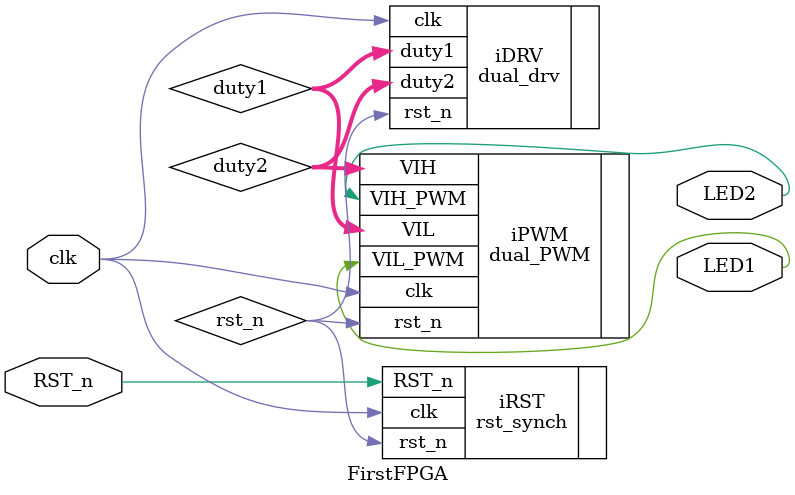
<source format=v>
module FirstFPGA(clk,RST_n,LED1,LED2);

input clk;			// 50MHz clock
input RST_n;		// unsynched reset from push button
output LED1,LED2;	// drives LEDs of DE0 nano board

wire rst_n;
wire [7:0] duty1,duty2;

//// Instantiate reset synchronizer ////
rst_synch iRST(.clk(clk), .RST_n(RST_n), .rst_n(rst_n));

//// Instantiate driver of duty cycles ////
dual_drv iDRV(.clk(clk), .rst_n(rst_n), .duty1(duty1), .duty2(duty2));

//// Instantiate your dual_PWM /////
dual_PWM iPWM(.clk(clk), .rst_n(rst_n), .VIH(duty2), .VIL(duty1),
              .VIH_PWM(LED2), .VIL_PWM(LED1));

endmodule

</source>
